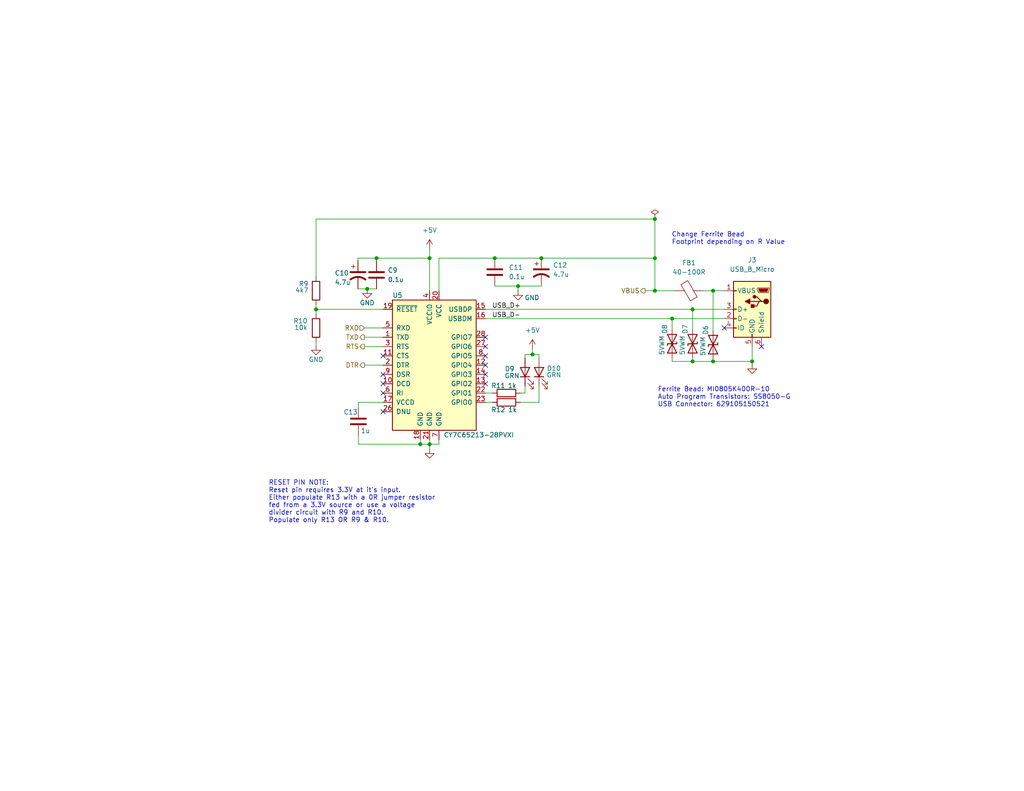
<source format=kicad_sch>
(kicad_sch (version 20211123) (generator eeschema)
  (paper "USLetter")
  (title_block (title "USB-UART Interface (Cypress/Infineon CY7C65213-28PVXI)") (date "2022-11-09") (rev "1.1"))
  (lib_symbols
    (symbol "Connector:USB_B_Micro" (pin_names (offset 1.016))
      (property "Reference" "J" (at -5.08 11.43 0))
      (property "Value" "USB_B_Micro" (at -5.08 8.89 0))
      (symbol "USB_B_Micro_0_1"
        (rectangle (start -5.08 -7.62) (end 5.08 7.62) (stroke (width 0.254)) (fill (type background)))
        (circle (center -3.81 2.159) (radius 0.635) (stroke (width 0.254)) (fill (type outline)))
        (circle (center -0.635 3.429) (radius 0.381) (stroke (width 0.254)) (fill (type outline)))
        (rectangle (start -0.127 -7.62) (end 0.127 -6.858))
        (polyline (pts (xy -1.905 2.159) (xy 0.635 2.159)) (stroke (width 0.254)))
        (polyline (pts (xy -3.175 2.159) (xy -2.54 2.159) (xy -1.27 3.429) (xy -0.635 3.429)) (stroke (width 0.254)))
        (polyline (pts (xy -2.54 2.159) (xy -1.905 2.159) (xy -1.27 0.889) (xy 0 0.889)) (stroke (width 0.254)))
        (polyline (pts (xy 0.635 2.794) (xy 0.635 1.524) (xy 1.905 2.159) (xy 0.635 2.794)) (stroke (width 0.254)) (fill (type outline)))
        (polyline (pts (xy -4.318 5.588) (xy -1.778 5.588) (xy -2.032 4.826) (xy -4.064 4.826) (xy -4.318 5.588)) (fill (type outline)))
        (polyline (pts (xy -4.699 5.842) (xy -4.699 5.588) (xy -4.445 4.826) (xy -4.445 4.572) (xy -1.651 4.572) (xy -1.651 4.826) (xy -1.397 5.588) (xy -1.397 5.842) (xy -4.699 5.842)))
        (rectangle (start 0.254 1.27) (end -0.508 0.508) (stroke (width 0.254)) (fill (type outline)))
        (rectangle (start 5.08 -5.207) (end 4.318 -4.953))
        (rectangle (start 5.08 -2.667) (end 4.318 -2.413))
        (rectangle (start 5.08 -0.127) (end 4.318 0.127))
        (rectangle (start 5.08 4.953) (end 4.318 5.207))
      )
      (symbol "USB_B_Micro_1_1"
        (pin power_out line (at 7.62 5.08 180) (length 2.54) (name "VBUS") (number "1"))
        (pin bidirectional line (at 7.62 -2.54 180) (length 2.54) (name "D-") (number "2"))
        (pin bidirectional line (at 7.62 0 180) (length 2.54) (name "D+") (number "3"))
        (pin passive line (at 7.62 -5.08 180) (length 2.54) (name "ID") (number "4"))
        (pin power_out line (at 0 -10.16 90) (length 2.54) (name "GND") (number "5"))
        (pin passive line (at -2.54 -10.16 90) (length 2.54) (name "Shield") (number "6"))
      )
    )
    (symbol "Device:C" (pin_numbers hide) (pin_names (offset 0.254))
      (property "Reference" "C" (at 0.635 2.54 0))
      (property "Value" "C" (at 0.635 -2.54 0))
      (symbol "C_0_1"
        (polyline (pts (xy -2.032 -0.762) (xy 2.032 -0.762)) (stroke (width 0.508)))
        (polyline (pts (xy -2.032 0.762) (xy 2.032 0.762)) (stroke (width 0.508)))
      )
      (symbol "C_1_1"
        (pin passive line (at 0 3.81 270) (length 2.794) (name "~") (number "1"))
        (pin passive line (at 0 -3.81 90) (length 2.794) (name "~") (number "2"))
      )
    )
    (symbol "Device:C_Polarized_US" (pin_numbers hide) (pin_names (offset 0.254) hide)
      (property "Reference" "C" (at 0.635 2.54 0))
      (property "Value" "C_Polarized_US" (at 0.635 -2.54 0))
      (symbol "C_Polarized_US_0_1"
        (polyline (pts (xy -2.032 0.762) (xy 2.032 0.762)) (stroke (width 0.508)))
        (polyline (pts (xy -1.778 2.286) (xy -0.762 2.286)))
        (polyline (pts (xy -1.27 1.778) (xy -1.27 2.794)))
        (arc (start 2.032 -1.27) (mid 0 -0.5572) (end -2.032 -1.27) (stroke (width 0.508)))
      )
      (symbol "C_Polarized_US_1_1"
        (pin passive line (at 0 3.81 270) (length 2.794) (name "~") (number "1"))
        (pin passive line (at 0 -3.81 90) (length 3.302) (name "~") (number "2"))
      )
    )
    (symbol "Device:D_TVS" (pin_numbers hide) (pin_names (offset 1.016) hide)
      (property "Reference" "D" (at 0 2.54 0))
      (property "Value" "D_TVS" (at 0 -2.54 0))
      (symbol "D_TVS_0_1"
        (polyline (pts (xy 1.27 0) (xy -1.27 0)))
        (polyline (pts (xy 0.508 1.27) (xy 0 1.27) (xy 0 -1.27) (xy -0.508 -1.27)) (stroke (width 0.254)))
        (polyline (pts (xy -2.54 1.27) (xy -2.54 -1.27) (xy 2.54 1.27) (xy 2.54 -1.27) (xy -2.54 1.27)) (stroke (width 0.254)))
      )
      (symbol "D_TVS_1_1"
        (pin passive line (at -3.81 0 0) (length 2.54) (name "A1") (number "1"))
        (pin passive line (at 3.81 0 180) (length 2.54) (name "A2") (number "2"))
      )
    )
    (symbol "Device:FerriteBead" (pin_numbers hide) (pin_names (offset 0))
      (property "Reference" "FB" (at -3.81 0.635 90))
      (property "Value" "FerriteBead" (at 3.81 0 90))
      (symbol "FerriteBead_0_1"
        (polyline (pts (xy 0 -1.27) (xy 0 -1.2192)))
        (polyline (pts (xy 0 1.27) (xy 0 1.2954)))
        (polyline (pts (xy -2.7686 0.4064) (xy -1.7018 2.2606) (xy 2.7686 -0.3048) (xy 1.6764 -2.159) (xy -2.7686 0.4064)))
      )
      (symbol "FerriteBead_1_1"
        (pin passive line (at 0 3.81 270) (length 2.54) (name "~") (number "1"))
        (pin passive line (at 0 -3.81 90) (length 2.54) (name "~") (number "2"))
      )
    )
    (symbol "Device:LED" (pin_numbers hide) (pin_names (offset 1.016) hide)
      (property "Reference" "D" (at 0 2.54 0))
      (property "Value" "LED" (at 0 -2.54 0))
      (symbol "LED_0_1"
        (polyline (pts (xy -1.27 -1.27) (xy -1.27 1.27)) (stroke (width 0.254)))
        (polyline (pts (xy -1.27 0) (xy 1.27 0)))
        (polyline (pts (xy 1.27 -1.27) (xy 1.27 1.27) (xy -1.27 0) (xy 1.27 -1.27)) (stroke (width 0.254)))
        (polyline (pts (xy -3.048 -0.762) (xy -4.572 -2.286) (xy -3.81 -2.286) (xy -4.572 -2.286) (xy -4.572 -1.524)))
        (polyline (pts (xy -1.778 -0.762) (xy -3.302 -2.286) (xy -2.54 -2.286) (xy -3.302 -2.286) (xy -3.302 -1.524)))
      )
      (symbol "LED_1_1"
        (pin passive line (at -3.81 0 0) (length 2.54) (name "K") (number "1"))
        (pin passive line (at 3.81 0 180) (length 2.54) (name "A") (number "2"))
      )
    )
    (symbol "Device:R" (pin_numbers hide) (pin_names (offset 0))
      (property "Reference" "R" (at 2.032 0 90))
      (property "Value" "R" (at 0 0 90))
      (symbol "R_0_1"
        (rectangle (start -1.016 -2.54) (end 1.016 2.54) (stroke (width 0.254)))
      )
      (symbol "R_1_1"
        (pin passive line (at 0 3.81 270) (length 1.27) (name "~") (number "1"))
        (pin passive line (at 0 -3.81 90) (length 1.27) (name "~") (number "2"))
      )
    )
    (symbol "Interface_USB:CY7C65213-28PVXI" (pin_names (offset 1.016))
      (property "Reference" "U" (at -8.89 19.05 0))
      (property "Value" "CY7C65213-28PVXI" (at 3.556 19.05 0))
      (symbol "CY7C65213-28PVXI_0_1"
        (rectangle (start -10.16 17.78) (end 12.7 -17.78) (stroke (width 0.254)) (fill (type background)))
      )
      (symbol "CY7C65213-28PVXI_1_1"
        (pin output line (at -12.7 7.62 0) (length 2.54) (name "TXD") (number "1"))
        (pin input line (at -12.7 -5.08 0) (length 2.54) (name "DCD") (number "10"))
        (pin input line (at -12.7 2.54 0) (length 2.54) (name "CTS") (number "11"))
        (pin bidirectional line (at 15.24 0 180) (length 2.54) (name "GPIO4") (number "12"))
        (pin tri_state line (at 15.24 -5.08 180) (length 2.54) (name "GPIO2") (number "13"))
        (pin bidirectional line (at 15.24 -2.54 180) (length 2.54) (name "GPIO3") (number "14"))
        (pin bidirectional line (at 15.24 15.24 180) (length 2.54) (name "USBDP") (number "15"))
        (pin bidirectional line (at 15.24 12.7 180) (length 2.54) (name "USBDM") (number "16"))
        (pin passive line (at -12.7 -10.16 0) (length 2.54) (name "VCCD") (number "17"))
        (pin power_in line (at -2.54 -20.32 90) (length 2.54) (name "GND") (number "18"))
        (pin bidirectional line (at -12.7 15.24 0) (length 2.54) (name "~{RESET}") (number "19"))
        (pin output line (at -12.7 0 0) (length 2.54) (name "DTR") (number "2"))
        (pin power_in line (at 2.54 20.32 270) (length 2.54) (name "VCC") (number "20"))
        (pin power_in line (at 0 -20.32 90) (length 2.54) (name "GND") (number "21"))
        (pin bidirectional line (at 15.24 -7.62 180) (length 2.54) (name "GPIO1") (number "22"))
        (pin bidirectional line (at 15.24 -10.16 180) (length 2.54) (name "GPIO0") (number "23"))
        (pin no_connect line (at 12.7 -15.24 180) (length 2.54) hide (name "NC") (number "24"))
        (pin no_connect line (at 12.7 -12.7 180) (length 2.54) hide (name "NC") (number "25"))
        (pin passive line (at -12.7 -12.7 0) (length 2.54) (name "DNU") (number "26"))
        (pin tri_state line (at 15.24 5.08 180) (length 2.54) (name "GPIO6") (number "27"))
        (pin tri_state line (at 15.24 7.62 180) (length 2.54) (name "GPIO7") (number "28"))
        (pin output line (at -12.7 5.08 0) (length 2.54) (name "RTS") (number "3"))
        (pin power_in line (at 0 20.32 270) (length 2.54) (name "VCCIO") (number "4"))
        (pin input line (at -12.7 10.16 0) (length 2.54) (name "RXD") (number "5"))
        (pin input line (at -12.7 -7.62 0) (length 2.54) (name "RI") (number "6"))
        (pin power_in line (at 2.54 -20.32 90) (length 2.54) (name "GND") (number "7"))
        (pin tri_state line (at 15.24 2.54 180) (length 2.54) (name "GPIO5") (number "8"))
        (pin input line (at -12.7 -2.54 0) (length 2.54) (name "DSR") (number "9"))
      )
    )
    (symbol "power:+5V" (power) (pin_names (offset 0))
      (property "Value" "+5V" (at 0 3.556 0))
      (symbol "+5V_0_1"
        (polyline (pts (xy -0.762 1.27) (xy 0 2.54)))
        (polyline (pts (xy 0 0) (xy 0 2.54)))
        (polyline (pts (xy 0 2.54) (xy 0.762 1.27)))
      )
      (symbol "+5V_1_1"
        (pin power_in line (at 0 0 90) (length 0) hide (name "+5V") (number "1"))
      )
    )
    (symbol "power:GND" (power) (pin_names (offset 0))
      (property "Value" "GND" (at 0 -3.81 0))
      (symbol "GND_0_1"
        (polyline (pts (xy 0 0) (xy 0 -1.27) (xy 1.27 -1.27) (xy 0 -2.54) (xy -1.27 -1.27) (xy 0 -1.27)))
      )
      (symbol "GND_1_1"
        (pin power_in line (at 0 0 270) (length 0) hide (name "GND") (number "1"))
      )
    )
    (symbol "power:PWR_FLAG" (power) (pin_numbers hide) (pin_names (offset 0) hide)
      (property "Value" "PWR_FLAG" (at 0 3.81 0))
      (symbol "PWR_FLAG_0_0"
        (pin power_out line (at 0 0 90) (length 0) (name "pwr") (number "1"))
      )
      (symbol "PWR_FLAG_0_1"
        (polyline (pts (xy 0 0) (xy 0 1.27) (xy -1.016 1.905) (xy 0 2.54) (xy 1.016 1.905) (xy 0 1.27)))
      )
    )
  )
  (junction (at 117.221 121.285))
  (junction (at 102.743 70.485))
  (junction (at 178.689 70.485))
  (junction (at 100.203 78.867))
  (junction (at 194.564 79.375))
  (junction (at 114.681 121.285))
  (junction (at 205.232 98.679))
  (junction (at 183.388 86.995))
  (junction (at 178.689 59.817))
  (junction (at 188.976 84.455))
  (junction (at 178.689 79.375))
  (junction (at 141.351 78.105))
  (junction (at 86.233 84.455))
  (junction (at 135.001 70.485))
  (junction (at 117.221 70.485))
  (junction (at 194.564 98.679))
  (junction (at 188.976 98.679))
  (junction (at 147.701 70.485))
  (junction (at 145.288 96.774))
  (no_connect (at 132.461 102.235))
  (no_connect (at 104.521 107.315))
  (no_connect (at 132.461 97.155))
  (no_connect (at 132.461 92.075))
  (no_connect (at 197.612 89.535))
  (no_connect (at 104.521 97.155))
  (no_connect (at 104.521 112.395))
  (no_connect (at 132.461 99.695))
  (no_connect (at 104.521 102.235))
  (no_connect (at 132.461 94.615))
  (no_connect (at 207.772 94.615))
  (no_connect (at 132.461 104.775))
  (no_connect (at 104.521 104.775))
  (wire (pts (xy 132.461 109.855) (xy 134.366 109.855)))
  (wire (pts (xy 143.256 107.315) (xy 143.256 105.41)))
  (wire (pts (xy 135.001 70.485) (xy 147.701 70.485)))
  (wire (pts (xy 141.986 107.315) (xy 143.256 107.315)))
  (wire (pts (xy 119.761 70.485) (xy 135.001 70.485)))
  (wire (pts (xy 147.066 96.774) (xy 147.066 97.79)))
  (wire (pts (xy 86.233 93.345) (xy 86.233 94.361)))
  (wire (pts (xy 97.79 118.872) (xy 97.79 121.285)))
  (wire (pts (xy 197.612 79.375) (xy 194.564 79.375)))
  (wire (pts (xy 99.441 89.535) (xy 104.521 89.535)))
  (wire (pts (xy 145.288 96.774) (xy 147.066 96.774)))
  (wire (pts (xy 132.461 84.455) (xy 188.976 84.455)))
  (wire (pts (xy 178.689 79.375) (xy 178.689 70.485)))
  (wire (pts (xy 117.221 67.945) (xy 117.221 70.485)))
  (wire (pts (xy 114.681 120.015) (xy 114.681 121.285)))
  (wire (pts (xy 117.221 121.285) (xy 119.761 121.285)))
  (wire (pts (xy 178.689 70.485) (xy 147.701 70.485)))
  (wire (pts (xy 147.066 109.855) (xy 147.066 105.41)))
  (wire (pts (xy 86.233 83.185) (xy 86.233 84.455)))
  (wire (pts (xy 97.663 70.485) (xy 102.743 70.485)))
  (wire (pts (xy 117.221 70.485) (xy 117.221 79.375)))
  (wire (pts (xy 99.441 94.615) (xy 104.521 94.615)))
  (wire (pts (xy 97.79 111.252) (xy 97.79 109.855)))
  (wire (pts (xy 194.564 98.679) (xy 205.232 98.679)))
  (wire (pts (xy 99.441 92.075) (xy 104.521 92.075)))
  (wire (pts (xy 135.001 78.105) (xy 141.351 78.105)))
  (wire (pts (xy 194.564 79.375) (xy 194.564 90.297)))
  (wire (pts (xy 117.221 121.285) (xy 117.221 122.555)))
  (wire (pts (xy 104.521 84.455) (xy 86.233 84.455)))
  (wire (pts (xy 183.388 97.663) (xy 183.388 98.679)))
  (wire (pts (xy 132.461 107.315) (xy 134.366 107.315)))
  (wire (pts (xy 183.388 98.679) (xy 188.976 98.679)))
  (wire (pts (xy 188.976 84.455) (xy 188.976 90.043)))
  (wire (pts (xy 188.976 98.679) (xy 194.564 98.679)))
  (wire (pts (xy 114.681 121.285) (xy 117.221 121.285)))
  (wire (pts (xy 97.663 78.867) (xy 100.203 78.867)))
  (wire (pts (xy 100.203 78.867) (xy 102.743 78.867)))
  (wire (pts (xy 141.351 78.105) (xy 141.351 79.375)))
  (wire (pts (xy 97.79 121.285) (xy 114.681 121.285)))
  (wire (pts (xy 97.79 109.855) (xy 104.521 109.855)))
  (wire (pts (xy 117.221 120.015) (xy 117.221 121.285)))
  (wire (pts (xy 205.232 94.615) (xy 205.232 98.679)))
  (wire (pts (xy 119.761 70.485) (xy 119.761 79.375)))
  (wire (pts (xy 143.256 96.774) (xy 143.256 97.79)))
  (wire (pts (xy 178.689 59.817) (xy 178.689 70.485)))
  (wire (pts (xy 183.388 86.995) (xy 183.388 90.043)))
  (wire (pts (xy 86.233 59.817) (xy 178.689 59.817)))
  (wire (pts (xy 205.232 98.679) (xy 205.232 99.441)))
  (wire (pts (xy 97.663 70.485) (xy 97.663 71.247)))
  (wire (pts (xy 86.233 84.455) (xy 86.233 85.725)))
  (wire (pts (xy 188.976 97.663) (xy 188.976 98.679)))
  (wire (pts (xy 143.256 96.774) (xy 145.288 96.774)))
  (wire (pts (xy 184.15 79.375) (xy 178.689 79.375)))
  (wire (pts (xy 132.461 86.995) (xy 183.388 86.995)))
  (wire (pts (xy 197.612 86.995) (xy 183.388 86.995)))
  (wire (pts (xy 102.743 70.485) (xy 117.221 70.485)))
  (wire (pts (xy 194.564 79.375) (xy 191.77 79.375)))
  (wire (pts (xy 102.743 70.485) (xy 102.743 71.247)))
  (wire (pts (xy 145.288 95.25) (xy 145.288 96.774)))
  (wire (pts (xy 86.233 75.565) (xy 86.233 59.817)))
  (wire (pts (xy 197.612 84.455) (xy 188.976 84.455)))
  (wire (pts (xy 119.761 121.285) (xy 119.761 120.015)))
  (wire (pts (xy 194.564 97.917) (xy 194.564 98.679)))
  (wire (pts (xy 178.689 79.375) (xy 176.022 79.375)))
  (wire (pts (xy 141.351 78.105) (xy 147.701 78.105)))
  (wire (pts (xy 99.441 99.695) (xy 104.521 99.695)))
  (wire (pts (xy 141.986 109.855) (xy 147.066 109.855)))
  (text "Ferrite Bead: MI0805K400R-10\nAuto Program Transistors: SS8050-G\nUSB Connector: 629105150521" (at 179.451 111.252 0) (effects (font (size 1.27 1.27)) (justify left bottom)))
  (text "Change Ferrite Bead\nFootprint depending on R Value" (at 183.261 66.929 0) (effects (font (size 1.27 1.27)) (justify left bottom)))
  (text "RESET PIN NOTE:\nReset pin requires 3.3V at it's input.\nEither populate R13 with a 0R jumper resistor \nfed from a 3.3V source or use a voltage \ndivider circuit with R9 and R10. \nPopulate only R13 OR R9 & R10." (at 73.279 142.875 0) (effects (font (size 1.27 1.27)) (justify left bottom)))
  (label "USB_D+" (at 134.239 84.455 0))
  (label "USB_D-" (at 134.239 86.995 0))
  (hierarchical_label "TXD" (shape output) (at 99.441 92.075 180))
  (hierarchical_label "DTR" (shape output) (at 99.441 99.695 180))
  (hierarchical_label "VBUS" (shape output) (at 176.022 79.375 180))
  (hierarchical_label "RXD" (shape input) (at 99.441 89.535 180))
  (hierarchical_label "RTS" (shape output) (at 99.441 94.615 180))
  (symbol (lib_id "Device:C_Polarized_US") (at 97.663 75.057 0) (unit 1)
    (property "Reference" "C10" (at 91.313 74.549 0) (effects (justify left)))
    (property "Value" "4.7u" (at 91.313 77.089 0) (effects (justify left)))
    (property "Footprint" "Capacitor_SMD:C_0805_2012Metric" (effects hide))
  )
  (symbol (lib_id "Device:D_TVS") (at 183.388 93.853 90) (mirror x) (unit 1)
    (property "Reference" "D8" (at 181.356 88.519 0) (effects (justify left)))
    (property "Value" "5VWM" (at 180.594 91.567 0) (effects (justify left)))
    (property "Footprint" "Diode_SMD:D_0402_1005Metric" (effects hide))
  )
  (symbol (lib_id "Device:D_TVS") (at 194.564 94.107 90) (mirror x) (unit 1)
    (property "Reference" "D6" (at 192.532 88.773 0) (effects (justify left)))
    (property "Value" "5VWM" (at 191.77 91.821 0) (effects (justify left)))
    (property "Footprint" "Diode_SMD:D_0402_1005Metric" (effects hide))
  )
  (symbol (lib_id "power:+5V") (at 145.288 95.25 0) (unit 1)
    (property "Reference" "#PWR?" (effects hide))
    (property "Value" "+5V" (at 145.288 90.17 0))
  )
  (symbol (lib_id "Device:FerriteBead") (at 187.96 79.375 270) (mirror x) (unit 1)
    (property "Reference" "FB1" (at 188.0108 71.755 90))
    (property "Value" "40-100R" (at 188.0108 74.295 90))
    (property "Footprint" "Inductor_SMD:L_0603_1608Metric" (effects hide))
  )
  (symbol (lib_id "Device:R") (at 86.233 89.535 180) (unit 1)
    (property "Reference" "R10" (at 83.947 87.63 0) (effects (justify left)))
    (property "Value" "10k" (at 83.947 89.408 0) (effects (justify left)))
    (property "Footprint" "Resistor_SMD:R_0603_1608Metric" (effects hide))
  )
  (symbol (lib_id "power:PWR_FLAG") (at 178.689 59.817 0) (unit 1)
    (property "Reference" "#FLG0102" (effects hide))
    (property "Value" "PWR_FLAG" (effects hide))
  )
  (symbol (lib_id "Device:R") (at 86.233 79.375 180) (unit 1)
    (property "Reference" "R9" (at 84.201 77.47 0) (effects (justify left)))
    (property "Value" "4k7" (at 84.201 79.248 0) (effects (justify left)))
    (property "Footprint" "Resistor_SMD:R_0603_1608Metric" (effects hide))
  )
  (symbol (lib_id "Interface_USB:CY7C65213-28PVXI") (at 117.221 99.695 0) (unit 1)
    (property "Reference" "U5" (at 107.061 80.645 0) (effects (justify left)))
    (property "Value" "CY7C65213-28PVXI" (at 121.031 118.745 0) (effects (justify left)))
    (property "Footprint" "Package_SO:SSOP-28_5.3x10.2mm_P0.65mm" (effects hide))
    (property "Datasheet" "http://www.cypress.com/file/139881/download" (effects hide))
  )
  (symbol (lib_id "power:GND") (at 86.233 94.361 0) (unit 1)
    (property "Reference" "#PWR0122" (effects hide))
    (property "Value" "GND" (at 86.233 98.171 0))
  )
  (symbol (lib_id "power:GND") (at 117.221 122.555 0) (unit 1)
    (property "Reference" "#PWR0107" (effects hide))
    (property "Value" "GND" (effects hide))
  )
  (symbol (lib_id "Device:C") (at 135.001 74.295 180) (unit 1)
    (property "Reference" "C11" (at 138.811 73.0249 0) (effects (justify right)))
    (property "Value" "0.1u" (at 138.811 75.5649 0) (effects (justify right)))
    (property "Footprint" "Capacitor_SMD:C_0603_1608Metric" (effects hide))
  )
  (symbol (lib_id "Device:C_Polarized_US") (at 147.701 74.295 0) (unit 1)
    (property "Reference" "C12" (at 150.876 72.3899 0) (effects (justify left)))
    (property "Value" "4.7u" (at 150.876 74.9299 0) (effects (justify left)))
    (property "Footprint" "Capacitor_SMD:C_0805_2012Metric" (effects hide))
  )
  (symbol (lib_id "Device:LED") (at 147.066 101.6 90) (unit 1)
    (property "Reference" "D10" (at 151.13 100.584 90))
    (property "Value" "GRN" (at 151.13 102.362 90))
    (property "Footprint" "LED_SMD:LED_0805_2012Metric" (effects hide))
  )
  (symbol (lib_id "power:GND") (at 141.351 79.375 0) (unit 1)
    (property "Reference" "#PWR0108" (effects hide))
    (property "Value" "GND" (at 145.161 81.28 0))
  )
  (symbol (lib_id "Device:C") (at 102.743 75.057 180) (unit 1)
    (property "Reference" "C9" (at 105.791 73.787 0) (effects (justify right)))
    (property "Value" "0.1u" (at 105.791 76.327 0) (effects (justify right)))
    (property "Footprint" "Capacitor_SMD:C_0603_1608Metric" (effects hide))
  )
  (symbol (lib_id "Device:D_TVS") (at 188.976 93.853 90) (mirror x) (unit 1)
    (property "Reference" "D7" (at 186.944 88.519 0) (effects (justify left)))
    (property "Value" "5VWM" (at 186.182 91.567 0) (effects (justify left)))
    (property "Footprint" "Diode_SMD:D_0402_1005Metric" (effects hide))
  )
  (symbol (lib_id "power:GND") (at 205.232 99.441 0) (mirror y) (unit 1)
    (property "Reference" "#PWR0106" (effects hide))
    (property "Value" "GND" (effects hide))
  )
  (symbol (lib_id "Device:LED") (at 143.256 101.6 90) (unit 1)
    (property "Reference" "D9" (at 139.065 100.711 90))
    (property "Value" "GRN" (at 139.7 102.616 90))
    (property "Footprint" "LED_SMD:LED_0805_2012Metric" (effects hide))
  )
  (symbol (lib_id "power:GND") (at 100.203 78.867 0) (unit 1)
    (property "Reference" "#PWR0123" (effects hide))
    (property "Value" "GND" (at 100.203 82.677 0))
  )
  (symbol (lib_id "Device:R") (at 138.176 107.315 90) (unit 1)
    (property "Reference" "R11" (at 137.922 105.283 90) (effects (justify left)))
    (property "Value" "1k" (at 140.97 105.283 90) (effects (justify left)))
    (property "Footprint" "Resistor_SMD:R_0603_1608Metric" (effects hide))
  )
  (symbol (lib_id "Connector:USB_B_Micro") (at 205.232 84.455 0) (mirror y) (unit 1)
    (property "Reference" "J3" (at 205.232 70.993 0))
    (property "Value" "USB_B_Micro" (at 205.232 73.533 0))
    (property "Footprint" "Connector_USB:USB_Micro-B_Wuerth_629105150521" (effects hide))
  )
  (symbol (lib_id "Device:R") (at 138.176 109.855 90) (unit 1)
    (property "Reference" "R12" (at 137.922 111.887 90) (effects (justify left)))
    (property "Value" "1k" (at 141.097 111.887 90) (effects (justify left)))
    (property "Footprint" "Resistor_SMD:R_0603_1608Metric" (effects hide))
  )
  (symbol (lib_id "Device:C") (at 97.79 115.062 0) (unit 1)
    (property "Reference" "C13" (at 93.726 112.522 0) (effects (justify left)))
    (property "Value" "1u" (at 98.425 117.602 0) (effects (justify left)))
    (property "Footprint" "Capacitor_SMD:C_0603_1608Metric" (effects hide))
  )
  (symbol (lib_id "power:+5V") (at 117.221 67.945 0) (unit 1)
    (property "Reference" "#PWR0129" (effects hide))
    (property "Value" "+5V" (at 117.221 62.865 0))
  )
)
</source>
